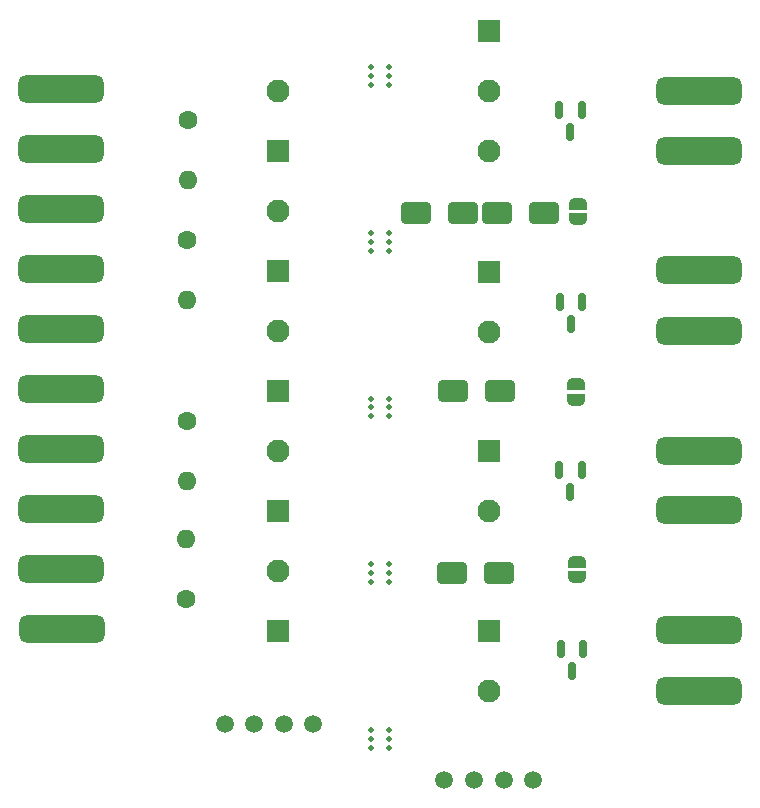
<source format=gbr>
%TF.GenerationSoftware,KiCad,Pcbnew,7.0.10*%
%TF.CreationDate,2024-08-03T20:42:22-04:00*%
%TF.ProjectId,12.X.2 - PLC Connector Combined,31322e58-2e32-4202-9d20-504c4320436f,rev?*%
%TF.SameCoordinates,Original*%
%TF.FileFunction,Soldermask,Top*%
%TF.FilePolarity,Negative*%
%FSLAX46Y46*%
G04 Gerber Fmt 4.6, Leading zero omitted, Abs format (unit mm)*
G04 Created by KiCad (PCBNEW 7.0.10) date 2024-08-03 20:42:22*
%MOMM*%
%LPD*%
G01*
G04 APERTURE LIST*
G04 Aperture macros list*
%AMRoundRect*
0 Rectangle with rounded corners*
0 $1 Rounding radius*
0 $2 $3 $4 $5 $6 $7 $8 $9 X,Y pos of 4 corners*
0 Add a 4 corners polygon primitive as box body*
4,1,4,$2,$3,$4,$5,$6,$7,$8,$9,$2,$3,0*
0 Add four circle primitives for the rounded corners*
1,1,$1+$1,$2,$3*
1,1,$1+$1,$4,$5*
1,1,$1+$1,$6,$7*
1,1,$1+$1,$8,$9*
0 Add four rect primitives between the rounded corners*
20,1,$1+$1,$2,$3,$4,$5,0*
20,1,$1+$1,$4,$5,$6,$7,0*
20,1,$1+$1,$6,$7,$8,$9,0*
20,1,$1+$1,$8,$9,$2,$3,0*%
%AMFreePoly0*
4,1,19,0.500000,-0.750000,0.000000,-0.750000,0.000000,-0.744911,-0.071157,-0.744911,-0.207708,-0.704816,-0.327430,-0.627875,-0.420627,-0.520320,-0.479746,-0.390866,-0.500000,-0.250000,-0.500000,0.250000,-0.479746,0.390866,-0.420627,0.520320,-0.327430,0.627875,-0.207708,0.704816,-0.071157,0.744911,0.000000,0.744911,0.000000,0.750000,0.500000,0.750000,0.500000,-0.750000,0.500000,-0.750000,
$1*%
%AMFreePoly1*
4,1,19,0.000000,0.744911,0.071157,0.744911,0.207708,0.704816,0.327430,0.627875,0.420627,0.520320,0.479746,0.390866,0.500000,0.250000,0.500000,-0.250000,0.479746,-0.390866,0.420627,-0.520320,0.327430,-0.627875,0.207708,-0.704816,0.071157,-0.744911,0.000000,-0.744911,0.000000,-0.750000,-0.500000,-0.750000,-0.500000,0.750000,0.000000,0.750000,0.000000,0.744911,0.000000,0.744911,
$1*%
G04 Aperture macros list end*
%ADD10R,1.950000X1.950000*%
%ADD11C,1.950000*%
%ADD12C,0.500000*%
%ADD13RoundRect,0.572500X-3.045750X-0.572500X3.045750X-0.572500X3.045750X0.572500X-3.045750X0.572500X0*%
%ADD14RoundRect,0.250000X1.000000X0.650000X-1.000000X0.650000X-1.000000X-0.650000X1.000000X-0.650000X0*%
%ADD15RoundRect,0.150000X-0.150000X0.587500X-0.150000X-0.587500X0.150000X-0.587500X0.150000X0.587500X0*%
%ADD16FreePoly0,270.000000*%
%ADD17FreePoly1,270.000000*%
%ADD18C,1.600000*%
%ADD19O,1.600000X1.600000*%
%ADD20RoundRect,0.250000X-1.000000X-0.650000X1.000000X-0.650000X1.000000X0.650000X-1.000000X0.650000X0*%
%ADD21C,1.498600*%
G04 APERTURE END LIST*
D10*
%TO.C,J317*%
X110500000Y-87650000D03*
D11*
X110500000Y-92730000D03*
%TD*%
D12*
%TO.C,mouse-bite-2mm-slot*%
X100550000Y-85890000D03*
X102050000Y-85890000D03*
X100550000Y-85140000D03*
X102050000Y-85140000D03*
X100550000Y-84390000D03*
X102050000Y-84390000D03*
%TD*%
%TO.C,mouse-bite-2mm-slot*%
X100550000Y-127950000D03*
X102050000Y-127950000D03*
X100550000Y-127200000D03*
X102050000Y-127200000D03*
X100550000Y-126450000D03*
X102050000Y-126450000D03*
%TD*%
D13*
%TO.C,J316*%
X128326500Y-107870000D03*
%TD*%
%TO.C,J308*%
X128318250Y-123125000D03*
%TD*%
%TO.C,J210*%
X74278250Y-72187224D03*
%TD*%
%TO.C,J209*%
X74278250Y-77245000D03*
%TD*%
D14*
%TO.C,D303*%
X111375000Y-113150000D03*
X107375000Y-113150000D03*
%TD*%
D15*
%TO.C,D306*%
X118368250Y-104437500D03*
X116468250Y-104437500D03*
X117418250Y-106312500D03*
%TD*%
D13*
%TO.C,J307*%
X128318250Y-118035000D03*
%TD*%
%TO.C,J206*%
X74308250Y-92488334D03*
%TD*%
%TO.C,J311*%
X128308250Y-87555000D03*
%TD*%
D16*
%TO.C,JP303*%
X117948250Y-112235000D03*
D17*
X117948250Y-113535000D03*
%TD*%
D14*
%TO.C,D302*%
X111450000Y-97725000D03*
X107450000Y-97725000D03*
%TD*%
D13*
%TO.C,J202*%
X74298250Y-112799446D03*
%TD*%
D16*
%TO.C,JP302*%
X117868250Y-97195000D03*
D17*
X117868250Y-98495000D03*
%TD*%
D18*
%TO.C,R204*%
X85008250Y-74782224D03*
D19*
X85008250Y-79862224D03*
%TD*%
D10*
%TO.C,J222*%
X92640000Y-97740000D03*
D11*
X92640000Y-92660000D03*
%TD*%
D13*
%TO.C,J203*%
X74308250Y-107721668D03*
%TD*%
D18*
%TO.C,R202*%
X84918250Y-100297224D03*
D19*
X84918250Y-105377224D03*
%TD*%
D13*
%TO.C,J208*%
X74298250Y-82342778D03*
%TD*%
D10*
%TO.C,J224*%
X92640000Y-118060000D03*
D11*
X92640000Y-112980000D03*
%TD*%
D10*
%TO.C,J320*%
X110500000Y-102810000D03*
D11*
X110500000Y-107890000D03*
%TD*%
D15*
%TO.C,D305*%
X118508250Y-119627500D03*
X116608250Y-119627500D03*
X117558250Y-121502500D03*
%TD*%
D20*
%TO.C,D301*%
X104325000Y-82700000D03*
X108325000Y-82700000D03*
%TD*%
D18*
%TO.C,R201*%
X84878250Y-115392224D03*
D19*
X84878250Y-110312224D03*
%TD*%
D21*
%TO.C,J226*%
X95660000Y-125970000D03*
X93160000Y-125970000D03*
X90660000Y-125970000D03*
X88160000Y-125970000D03*
%TD*%
D13*
%TO.C,J201*%
X74370000Y-117920000D03*
%TD*%
%TO.C,J312*%
X128328250Y-92645000D03*
%TD*%
D15*
%TO.C,D308*%
X118408250Y-90227500D03*
X116508250Y-90227500D03*
X117458250Y-92102500D03*
%TD*%
D10*
%TO.C,J318*%
X110500000Y-67250000D03*
D11*
X110500000Y-72330000D03*
X110500000Y-77410000D03*
%TD*%
D13*
%TO.C,J315*%
X128328250Y-102815000D03*
%TD*%
D12*
%TO.C,mouse-bite-2mm-slot*%
X100550000Y-99910000D03*
X102050000Y-99910000D03*
X100550000Y-99160000D03*
X102050000Y-99160000D03*
X100550000Y-98410000D03*
X102050000Y-98410000D03*
%TD*%
D14*
%TO.C,D309*%
X115225000Y-82725000D03*
X111225000Y-82725000D03*
%TD*%
D12*
%TO.C,mouse-bite-2mm-slot*%
X100550000Y-113920000D03*
X102050000Y-113920000D03*
X100550000Y-113170000D03*
X102050000Y-113170000D03*
X100550000Y-112420000D03*
X102050000Y-112420000D03*
%TD*%
D18*
%TO.C,R203*%
X84918250Y-85002224D03*
D19*
X84918250Y-90082224D03*
%TD*%
D13*
%TO.C,J204*%
X74298250Y-102653890D03*
%TD*%
%TO.C,J207*%
X74308250Y-87400556D03*
%TD*%
%TO.C,J205*%
X74280000Y-97590000D03*
%TD*%
D10*
%TO.C,J221*%
X92640000Y-107900000D03*
D11*
X92640000Y-102820000D03*
%TD*%
D16*
%TO.C,JP301*%
X118058250Y-81915000D03*
D17*
X118058250Y-83215000D03*
%TD*%
D10*
%TO.C,J223*%
X92640000Y-77420000D03*
D11*
X92640000Y-72340000D03*
%TD*%
D13*
%TO.C,J310*%
X128298250Y-77405000D03*
%TD*%
D10*
%TO.C,J225*%
X92640000Y-87580000D03*
D11*
X92640000Y-82500000D03*
%TD*%
D12*
%TO.C,mouse-bite-2mm-slot*%
X100540000Y-71860000D03*
X102040000Y-71860000D03*
X100540000Y-71110000D03*
X102040000Y-71110000D03*
X100540000Y-70360000D03*
X102040000Y-70360000D03*
%TD*%
D13*
%TO.C,J309*%
X128298250Y-72325000D03*
%TD*%
D10*
%TO.C,J319*%
X110500000Y-118050000D03*
D11*
X110500000Y-123130000D03*
%TD*%
D15*
%TO.C,D307*%
X118368250Y-73997500D03*
X116468250Y-73997500D03*
X117418250Y-75872500D03*
%TD*%
D21*
%TO.C,J321*%
X114260000Y-130690000D03*
X111760000Y-130690000D03*
X109260000Y-130690000D03*
X106760000Y-130690000D03*
%TD*%
M02*

</source>
